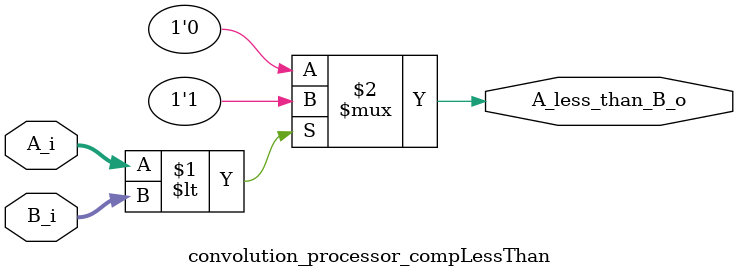
<source format=sv>

/*	
   ===================================================================
   Module Name  : Comparator Less Than
      
   Filename     : comparatorLessThan.v
   Type         : Verilog Module
   
   Description  : This block compares two unsigned binary numbers.
                  A_less_than_B_o output values:
                  
                  Value   Condition
                  
                  1'b1     A_i < B_i                  
                  1'b0     otherwise
                  
   -----------------------------------------------------------------------------
   Clocks      : -
   Reset       : -
   Parameters  :   
         NAME                         Comments                   Default
         ------------------------------------------------------------------------------
         DATA_WIDTH              Number of data bits                13 
         ------------------------------------------------------------------------------
   Version     : 1.0
   Data        : 14 Nov 2018
   Revision    : -
   Reviser     : -		
   ------------------------------------------------------------------------------
      Modification Log "please register all the modifications in this area"
      (D/M/Y)  
      
   ----------------------
   // Instance template
   ----------------------
   comparatorLessThan 
   #(
      .DATA_WIDTH   (),
   )
   "MODULE_NAME"
   (
      A_i            (),
      B_i            (), 
      A_less_than_B_o()
   );
*/

module convolution_processor_compLessThan
#(
   parameter DATA_WIDTH = 13
)(
	input [DATA_WIDTH-1:0]  A_i,
	input [DATA_WIDTH-1:0]  B_i, 
	output                  A_less_than_B_o
);

assign A_less_than_B_o = ( A_i < B_i ) ? 1'b1 :  1'b0;



endmodule

</source>
